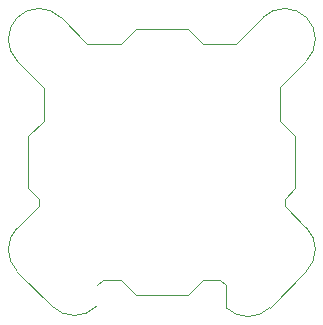
<source format=gbr>
%TF.GenerationSoftware,KiCad,Pcbnew,7.0.7*%
%TF.CreationDate,2023-11-23T17:05:24-08:00*%
%TF.ProjectId,sfh2430_breakout,73666832-3433-4305-9f62-7265616b6f75,rev?*%
%TF.SameCoordinates,Original*%
%TF.FileFunction,Other,User*%
%FSLAX46Y46*%
G04 Gerber Fmt 4.6, Leading zero omitted, Abs format (unit mm)*
G04 Created by KiCad (PCBNEW 7.0.7) date 2023-11-23 17:05:24*
%MOMM*%
%LPD*%
G01*
G04 APERTURE LIST*
%ADD10C,0.100000*%
G04 APERTURE END LIST*
D10*
X91250000Y-102250000D02*
X91250000Y-106650000D01*
X104750000Y-115750000D02*
X100350000Y-115750000D01*
X113850000Y-102250000D02*
X113850000Y-106650000D01*
X100350000Y-93150000D02*
X104750000Y-93150000D01*
X89550001Y-94050000D02*
G75*
G03*
X90311523Y-95888477I2599999J-1D01*
G01*
X92150000Y-91450000D02*
G75*
G03*
X89550000Y-94050000I-1J-2599999D01*
G01*
X89550001Y-111850000D02*
G75*
G03*
X90326167Y-113723833I2649997J-2D01*
G01*
X97100000Y-116600000D02*
X97009722Y-116675552D01*
X90326167Y-113723833D02*
X93297411Y-116690197D01*
X107950000Y-114900000D02*
X107950000Y-116750000D01*
X90311522Y-95888478D02*
X92550000Y-98150000D01*
X93988478Y-92211522D02*
X96250000Y-94450000D01*
X99050000Y-114450000D02*
X97550000Y-114450000D01*
X108006499Y-116786391D02*
X107950000Y-116750000D01*
X106050000Y-94450000D02*
X104750000Y-93150000D01*
X114788478Y-110011522D02*
X112950000Y-108150000D01*
X92550000Y-100950000D02*
X91250000Y-102250000D01*
X92550000Y-98150000D02*
X92550000Y-100950000D01*
X95135889Y-117451718D02*
G75*
G03*
X97009722Y-116675552I-39J2650096D01*
G01*
X108850000Y-94450000D02*
X106050000Y-94450000D01*
X114788478Y-113688478D02*
X111683455Y-116786391D01*
X92150000Y-107550000D02*
X91250000Y-106650000D01*
X93988478Y-92211522D02*
G75*
G03*
X92150000Y-91450000I-1838477J-1838478D01*
G01*
X106050000Y-114450000D02*
X104750000Y-115750000D01*
X112950000Y-107550000D02*
X112950000Y-108150000D01*
X112950000Y-107550000D02*
X113850000Y-106650000D01*
X96250000Y-94450000D02*
X99050000Y-94450000D01*
X111111522Y-92211522D02*
X108850000Y-94450000D01*
X92150000Y-107550000D02*
X92150000Y-108150000D01*
X115549999Y-111850000D02*
G75*
G03*
X114788477Y-110011523I-2599999J1D01*
G01*
X112950000Y-91450001D02*
G75*
G03*
X111111523Y-92211523I-1J-2599999D01*
G01*
X90311522Y-110011522D02*
X92150000Y-108150000D01*
X99050000Y-114450000D02*
X100350000Y-115750000D01*
X97550000Y-114450000D02*
X97100000Y-114900000D01*
X109844977Y-117547912D02*
G75*
G03*
X111683454Y-116786390I-49J2600120D01*
G01*
X108006499Y-116786391D02*
G75*
G03*
X109844977Y-117547913I1838518J1838575D01*
G01*
X107500000Y-114450000D02*
X107950000Y-114900000D01*
X115550000Y-94050000D02*
G75*
G03*
X112950000Y-91450000I-2599999J1D01*
G01*
X112550000Y-98100000D02*
X112550000Y-100950000D01*
X93297411Y-116690197D02*
G75*
G03*
X95135889Y-117451719I1838493J1838516D01*
G01*
X114788478Y-113688478D02*
G75*
G03*
X115550000Y-111850000I-1838478J1838477D01*
G01*
X114788478Y-95888478D02*
G75*
G03*
X115550000Y-94050000I-1838478J1838477D01*
G01*
X112550000Y-100950000D02*
X113850000Y-102250000D01*
X90311522Y-110011522D02*
G75*
G03*
X89550000Y-111850000I1838478J-1838477D01*
G01*
X114788478Y-95888478D02*
X112550000Y-98100000D01*
X99050000Y-94450000D02*
X100350000Y-93150000D01*
X106050000Y-114450000D02*
X107500000Y-114450000D01*
M02*

</source>
